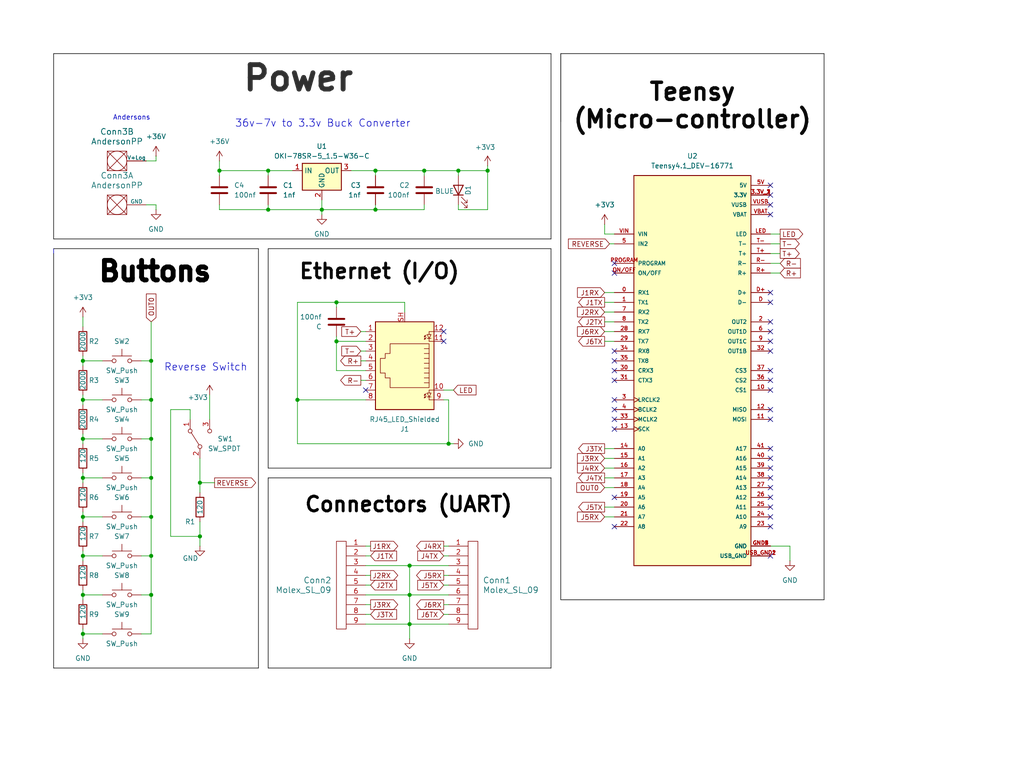
<source format=kicad_sch>
(kicad_sch (version 20231120) (generator "eeschema") (generator_version "8.0")
  (paper "User" 266.7 203.2)
  (title_block (title "Brushless Arm Board") (date "2024-10-19") (rev "1") (company "MRDT") (comment 2 "same time, while the final button is an abort button for the joint tester.") (comment 3 "buttons six of which test each separate joint, one other button tests the entire arm at the") (comment 4 "This board is for controlling an entire brussless arm with six joints. There are eight total"))
  (lib_symbols
    (symbol "+3V3_1" (power) (pin_numbers hide) (pin_names (offset 0) hide)
      (property "Value" "+3V3" (at 0 3.556 0))
      (symbol "+3V3_1_0_1"
        (polyline (pts (xy -0.762 1.27) (xy 0 2.54)))
        (polyline (pts (xy 0 0) (xy 0 2.54)))
        (polyline (pts (xy 0 2.54) (xy 0.762 1.27)))
      )
      (symbol "+3V3_1_1_1"
        (pin power_in line (at 0 0 90) (length 0) (name "~") (number "1"))
      )
    )
    (symbol "Connector:RJ45_LED_Shielded" (pin_names (offset 1.016))
      (property "Reference" "J" (at -5.08 13.97 0))
      (property "Value" "RJ45_LED_Shielded" (at 1.27 13.97 0))
      (symbol "RJ45_LED_Shielded_0_1"
        (polyline (pts (xy -7.62 -7.62) (xy -6.35 -7.62)))
        (polyline (pts (xy -7.62 -5.08) (xy -6.35 -5.08)))
        (polyline (pts (xy -7.62 7.62) (xy -6.35 7.62)))
        (polyline (pts (xy -7.62 10.16) (xy -6.35 10.16)))
        (polyline (pts (xy -6.858 -5.842) (xy -5.842 -5.842)))
        (polyline (pts (xy -6.858 9.398) (xy -5.842 9.398)))
        (polyline (pts (xy -6.35 -7.62) (xy -6.35 -6.858)))
        (polyline (pts (xy -6.35 -5.08) (xy -6.35 -5.842)))
        (polyline (pts (xy -6.35 7.62) (xy -6.35 8.382)))
        (polyline (pts (xy -6.35 10.16) (xy -6.35 9.398)))
        (polyline (pts (xy -5.08 -6.223) (xy -5.207 -6.604)))
        (polyline (pts (xy -5.08 -5.588) (xy -5.207 -5.969)))
        (polyline (pts (xy -5.08 4.445) (xy -6.35 4.445)))
        (polyline (pts (xy -5.08 5.715) (xy -6.35 5.715)))
        (polyline (pts (xy -5.08 9.017) (xy -5.207 8.636)))
        (polyline (pts (xy -5.08 9.652) (xy -5.207 9.271)))
        (polyline (pts (xy -6.35 -3.175) (xy -5.08 -3.175) (xy -5.08 -3.175)))
        (polyline (pts (xy -6.35 -1.905) (xy -5.08 -1.905) (xy -5.08 -1.905)))
        (polyline (pts (xy -6.35 -0.635) (xy -5.08 -0.635) (xy -5.08 -0.635)))
        (polyline (pts (xy -6.35 0.635) (xy -5.08 0.635) (xy -5.08 0.635)))
        (polyline (pts (xy -6.35 1.905) (xy -5.08 1.905) (xy -5.08 1.905)))
        (polyline (pts (xy -5.588 -6.731) (xy -5.08 -6.223) (xy -5.461 -6.35)))
        (polyline (pts (xy -5.588 -6.096) (xy -5.08 -5.588) (xy -5.461 -5.715)))
        (polyline (pts (xy -5.588 8.509) (xy -5.08 9.017) (xy -5.461 8.89)))
        (polyline (pts (xy -5.588 9.144) (xy -5.08 9.652) (xy -5.461 9.525)))
        (polyline (pts (xy -5.08 3.175) (xy -6.35 3.175) (xy -6.35 3.175)))
        (polyline (pts (xy -6.35 -5.842) (xy -6.858 -6.858) (xy -5.842 -6.858) (xy -6.35 -5.842)))
        (polyline (pts (xy -6.35 9.398) (xy -6.858 8.382) (xy -5.842 8.382) (xy -6.35 9.398)))
        (polyline (pts (xy -6.35 -4.445) (xy -6.35 6.985) (xy 3.81 6.985) (xy 3.81 4.445) (xy 5.08 4.445) (xy 5.08 3.175) (xy 6.35 3.175) (xy 6.35 -0.635) (xy 5.08 -0.635) (xy 5.08 -1.905) (xy 3.81 -1.905) (xy 3.81 -4.445) (xy -6.35 -4.445) (xy -6.35 -4.445)))
        (rectangle (start 7.62 12.7) (end -7.62 -10.16) (stroke (width 0.254)) (fill (type background)))
      )
      (symbol "RJ45_LED_Shielded_1_1"
        (pin passive line (at 10.16 -7.62 180) (length 2.54) (name "~") (number "1"))
        (pin passive line (at -10.16 7.62 0) (length 2.54) (name "~") (number "10"))
        (pin passive line (at -10.16 -5.08 0) (length 2.54) (name "~") (number "11"))
        (pin passive line (at -10.16 -7.62 0) (length 2.54) (name "~") (number "12"))
        (pin passive line (at 10.16 -5.08 180) (length 2.54) (name "~") (number "2"))
        (pin passive line (at 10.16 -2.54 180) (length 2.54) (name "~") (number "3"))
        (pin passive line (at 10.16 0 180) (length 2.54) (name "~") (number "4"))
        (pin passive line (at 10.16 2.54 180) (length 2.54) (name "~") (number "5"))
        (pin passive line (at 10.16 5.08 180) (length 2.54) (name "~") (number "6"))
        (pin passive line (at 10.16 7.62 180) (length 2.54) (name "~") (number "7"))
        (pin passive line (at 10.16 10.16 180) (length 2.54) (name "~") (number "8"))
        (pin passive line (at -10.16 10.16 0) (length 2.54) (name "~") (number "9"))
        (pin passive line (at 0 -12.7 90) (length 2.54) (name "~") (number "SH"))
      )
    )
    (symbol "Converter_DCDC:OKI-78SR-5_1.5-W36-C"
      (property "Reference" "U" (at -3.81 3.175 0))
      (property "Value" "OKI-78SR-5_1.5-W36-C" (at 0 3.175 0))
      (symbol "OKI-78SR-5_1.5-W36-C_0_1"
        (rectangle (start -5.08 1.905) (end 5.08 -5.08) (stroke (width 0.254)) (fill (type background)))
      )
      (symbol "OKI-78SR-5_1.5-W36-C_1_1"
        (pin power_in line (at -7.62 0 0) (length 2.54) (name "IN") (number "1"))
        (pin power_in line (at 0 -7.62 90) (length 2.54) (name "GND") (number "2"))
        (pin power_out line (at 7.62 0 180) (length 2.54) (name "OUT") (number "3"))
      )
    )
    (symbol "Device:C" (pin_numbers hide) (pin_names (offset 0.254))
      (property "Reference" "C" (at 0.635 2.54 0))
      (property "Value" "C" (at 0.635 -2.54 0))
      (symbol "C_0_1"
        (polyline (pts (xy -2.032 -0.762) (xy 2.032 -0.762)) (stroke (width 0.508)))
        (polyline (pts (xy -2.032 0.762) (xy 2.032 0.762)) (stroke (width 0.508)))
      )
      (symbol "C_1_1"
        (pin passive line (at 0 3.81 270) (length 2.794) (name "~") (number "1"))
        (pin passive line (at 0 -3.81 90) (length 2.794) (name "~") (number "2"))
      )
    )
    (symbol "Device:LED" (pin_numbers hide) (pin_names (offset 1.016) hide)
      (property "Reference" "D" (at 0 2.54 0))
      (property "Value" "LED" (at 0 -2.54 0))
      (symbol "LED_0_1"
        (polyline (pts (xy -1.27 -1.27) (xy -1.27 1.27)) (stroke (width 0.254)))
        (polyline (pts (xy -1.27 0) (xy 1.27 0)))
        (polyline (pts (xy 1.27 -1.27) (xy 1.27 1.27) (xy -1.27 0) (xy 1.27 -1.27)) (stroke (width 0.254)))
        (polyline (pts (xy -3.048 -0.762) (xy -4.572 -2.286) (xy -3.81 -2.286) (xy -4.572 -2.286) (xy -4.572 -1.524)))
        (polyline (pts (xy -1.778 -0.762) (xy -3.302 -2.286) (xy -2.54 -2.286) (xy -3.302 -2.286) (xy -3.302 -1.524)))
      )
      (symbol "LED_1_1"
        (pin passive line (at -3.81 0 0) (length 2.54) (name "K") (number "1"))
        (pin passive line (at 3.81 0 180) (length 2.54) (name "A") (number "2"))
      )
    )
    (symbol "Device:R" (pin_numbers hide) (pin_names (offset 0))
      (property "Reference" "R" (at 2.032 0 90))
      (property "Value" "R" (at 0 0 90))
      (symbol "R_0_1"
        (rectangle (start -1.016 -2.54) (end 1.016 2.54) (stroke (width 0.254)))
      )
      (symbol "R_1_1"
        (pin passive line (at 0 3.81 270) (length 1.27) (name "~") (number "1"))
        (pin passive line (at 0 -3.81 90) (length 1.27) (name "~") (number "2"))
      )
    )
    (symbol "MRDT_Connectors:AndersonPP" (pin_numbers hide) (pin_names (offset 0))
      (property "Reference" "Conn" (at 3.81 -1.27 0))
      (property "Value" "AndersonPP" (at 2.54 6.35 0))
      (symbol "AndersonPP_0_1"
        (polyline (pts (xy 0 5.08) (xy 5.08 0)))
        (polyline (pts (xy 5.08 5.08) (xy 0 0)))
        (rectangle (start 0 0) (end 5.08 5.08))
        (circle (center 2.54 2.54) (radius 2.54))
      )
      (symbol "AndersonPP_1_1"
        (pin input line (at 10.16 2.54 180) (length 5.08) (name "GND") (number "1"))
      )
      (symbol "AndersonPP_2_1"
        (pin input line (at 10.16 2.54 180) (length 5.08) (name "V+Log") (number "2"))
      )
      (symbol "AndersonPP_3_1"
        (pin input line (at 10.16 2.54 180) (length 5.08) (name "V+Act") (number "3"))
      )
      (symbol "AndersonPP_4_1"
        (pin input line (at 10.16 2.54 180) (length 5.08) (name "PV+") (number "4"))
      )
      (symbol "AndersonPP_5_1"
        (pin input line (at 10.16 2.54 180) (length 5.08) (name "~") (number "1"))
      )
    )
    (symbol "MRDT_Connectors:Molex_SL_09" (pin_names (offset 1.016))
      (property "Reference" "Conn" (at 3.81 -1.27 0))
      (property "Value" "Molex_SL_09" (at 1.27 24.13 0))
      (symbol "Molex_SL_09_0_1"
        (rectangle (start 0 22.86) (end 2.54 0))
      )
      (symbol "Molex_SL_09_1_1"
        (pin input line (at -5.08 21.59 0) (length 5.08) (name "~") (number "1"))
        (pin input line (at -5.08 19.05 0) (length 5.08) (name "~") (number "2"))
        (pin input line (at -5.08 16.51 0) (length 5.08) (name "~") (number "3"))
        (pin input line (at -5.08 13.97 0) (length 5.08) (name "~") (number "4"))
        (pin input line (at -5.08 11.43 0) (length 5.08) (name "~") (number "5"))
        (pin input line (at -5.08 8.89 0) (length 5.08) (name "~") (number "6"))
        (pin input line (at -5.08 6.35 0) (length 5.08) (name "~") (number "7"))
        (pin input line (at -5.08 3.81 0) (length 5.08) (name "~") (number "8"))
        (pin input line (at -5.08 1.27 0) (length 5.08) (name "~") (number "9"))
      )
    )
    (symbol "MRDT_Shields:Teensy4.1_DEV-16771" (pin_names (offset 1.016))
      (property "Reference" "U" (at -15.24 52.07 0))
      (property "Value" "Teensy4.1_DEV-16771" (at -15.24 -53.34 0))
      (symbol "Teensy4.1_DEV-16771_0_0"
        (rectangle (start -15.24 -50.8) (end 15.24 50.8) (stroke (width 0.254)) (fill (type background)))
        (pin bidirectional line (at -20.32 20.32 0) (length 5.08) (name "RX1") (number "0"))
        (pin bidirectional line (at -20.32 17.78 0) (length 5.08) (name "TX1") (number "1"))
        (pin bidirectional line (at 20.32 -5.08 180) (length 5.08) (name "CS1") (number "10"))
        (pin bidirectional line (at 20.32 -12.7 180) (length 5.08) (name "MOSI") (number "11"))
        (pin bidirectional line (at 20.32 -10.16 180) (length 5.08) (name "MISO") (number "12"))
        (pin bidirectional clock (at -20.32 -15.24 0) (length 5.08) (name "SCK") (number "13"))
        (pin bidirectional line (at -20.32 -20.32 0) (length 5.08) (name "A0") (number "14"))
        (pin bidirectional line (at -20.32 -22.86 0) (length 5.08) (name "A1") (number "15"))
        (pin bidirectional line (at -20.32 -25.4 0) (length 5.08) (name "A2") (number "16"))
        (pin bidirectional line (at -20.32 -27.94 0) (length 5.08) (name "A3") (number "17"))
        (pin bidirectional line (at -20.32 -30.48 0) (length 5.08) (name "A4") (number "18"))
        (pin bidirectional line (at -20.32 -33.02 0) (length 5.08) (name "A5") (number "19"))
        (pin output line (at 20.32 12.7 180) (length 5.08) (name "OUT2") (number "2"))
        (pin bidirectional line (at -20.32 -35.56 0) (length 5.08) (name "A6") (number "20"))
        (pin bidirectional line (at -20.32 -38.1 0) (length 5.08) (name "A7") (number "21"))
        (pin bidirectional line (at -20.32 -40.64 0) (length 5.08) (name "A8") (number "22"))
        (pin bidirectional line (at 20.32 -40.64 180) (length 5.08) (name "A9") (number "23"))
        (pin bidirectional line (at 20.32 -38.1 180) (length 5.08) (name "A10") (number "24"))
        (pin bidirectional line (at 20.32 -35.56 180) (length 5.08) (name "A11") (number "25"))
        (pin bidirectional line (at 20.32 -33.02 180) (length 5.08) (name "A12") (number "26"))
        (pin bidirectional line (at 20.32 -30.48 180) (length 5.08) (name "A13") (number "27"))
        (pin bidirectional line (at -20.32 10.16 0) (length 5.08) (name "RX7") (number "28"))
        (pin bidirectional line (at -20.32 7.62 0) (length 5.08) (name "TX7") (number "29"))
        (pin bidirectional clock (at -20.32 -7.62 0) (length 5.08) (name "LRCLK2") (number "3"))
        (pin power_in line (at 20.32 45.72 180) (length 5.08) (name "3.3V") (number "3.3V_1"))
        (pin power_in line (at 20.32 45.72 180) (length 5.08) (name "3.3V") (number "3.3V_2"))
        (pin power_in line (at 20.32 45.72 180) (length 5.08) (name "3.3V") (number "3.3V_3"))
        (pin bidirectional line (at -20.32 0 0) (length 5.08) (name "CRX3") (number "30"))
        (pin bidirectional line (at -20.32 -2.54 0) (length 5.08) (name "CTX3") (number "31"))
        (pin output line (at 20.32 5.08 180) (length 5.08) (name "OUT1B") (number "32"))
        (pin bidirectional clock (at -20.32 -12.7 0) (length 5.08) (name "MCLK2") (number "33"))
        (pin bidirectional line (at -20.32 5.08 0) (length 5.08) (name "RX8") (number "34"))
        (pin bidirectional line (at -20.32 2.54 0) (length 5.08) (name "TX8") (number "35"))
        (pin bidirectional line (at 20.32 -2.54 180) (length 5.08) (name "CS2") (number "36"))
        (pin bidirectional line (at 20.32 0 180) (length 5.08) (name "CS3") (number "37"))
        (pin bidirectional line (at 20.32 -27.94 180) (length 5.08) (name "A14") (number "38"))
        (pin bidirectional line (at 20.32 -25.4 180) (length 5.08) (name "A15") (number "39"))
        (pin bidirectional clock (at -20.32 -10.16 0) (length 5.08) (name "BCLK2") (number "4"))
        (pin bidirectional line (at 20.32 -22.86 180) (length 5.08) (name "A16") (number "40"))
        (pin bidirectional line (at 20.32 -20.32 180) (length 5.08) (name "A17") (number "41"))
        (pin bidirectional line (at -20.32 33.02 0) (length 5.08) (name "IN2") (number "5"))
        (pin power_in line (at 20.32 48.26 180) (length 5.08) (name "5V") (number "5V"))
        (pin output line (at 20.32 10.16 180) (length 5.08) (name "OUT1D") (number "6"))
        (pin bidirectional line (at -20.32 15.24 0) (length 5.08) (name "RX2") (number "7"))
        (pin bidirectional line (at -20.32 12.7 0) (length 5.08) (name "TX2") (number "8"))
        (pin output line (at 20.32 7.62 180) (length 5.08) (name "OUT1C") (number "9"))
        (pin bidirectional line (at 20.32 17.78 180) (length 5.08) (name "D-") (number "D"))
        (pin bidirectional line (at 20.32 20.32 180) (length 5.08) (name "D+") (number "D+"))
        (pin power_in line (at 20.32 -45.72 180) (length 5.08) (name "GND") (number "GND1"))
        (pin power_in line (at 20.32 -45.72 180) (length 5.08) (name "GND") (number "GND2"))
        (pin power_in line (at 20.32 -45.72 180) (length 5.08) (name "GND") (number "GND3"))
        (pin power_in line (at 20.32 -45.72 180) (length 5.08) (name "GND") (number "GND4"))
        (pin power_in line (at 20.32 -45.72 180) (length 5.08) (name "GND") (number "GND5"))
        (pin bidirectional line (at 20.32 35.56 180) (length 5.08) (name "LED") (number "LED"))
        (pin bidirectional line (at -20.32 25.4 0) (length 5.08) (name "ON/OFF") (number "ON/OFF"))
        (pin bidirectional line (at -20.32 27.94 0) (length 5.08) (name "PROGRAM") (number "PROGRAM"))
        (pin bidirectional line (at 20.32 25.4 180) (length 5.08) (name "R+") (number "R+"))
        (pin bidirectional line (at 20.32 27.94 180) (length 5.08) (name "R-") (number "R-"))
        (pin bidirectional line (at 20.32 30.48 180) (length 5.08) (name "T+") (number "T+"))
        (pin bidirectional line (at 20.32 33.02 180) (length 5.08) (name "T-") (number "T-"))
        (pin power_in line (at 20.32 -48.26 180) (length 5.08) (name "USB_GND") (number "USB_GND1"))
        (pin power_in line (at 20.32 -48.26 180) (length 5.08) (name "USB_GND") (number "USB_GND2"))
        (pin passive line (at 20.32 40.64 180) (length 5.08) (name "VBAT") (number "VBAT"))
        (pin input line (at -20.32 35.56 0) (length 5.08) (name "VIN") (number "VIN"))
        (pin passive line (at 20.32 43.18 180) (length 5.08) (name "VUSB") (number "VUSB"))
      )
    )
    (symbol "Switch:SW_Push" (pin_numbers hide) (pin_names (offset 1.016) hide)
      (property "Reference" "SW" (at 1.27 2.54 0))
      (property "Value" "SW_Push" (at 0 -1.524 0))
      (symbol "SW_Push_0_1"
        (circle (center -2.032 0) (radius 0.508))
        (polyline (pts (xy 0 1.27) (xy 0 3.048)))
        (polyline (pts (xy 2.54 1.27) (xy -2.54 1.27)))
        (circle (center 2.032 0) (radius 0.508))
        (pin passive line (at -5.08 0 0) (length 2.54) (name "1") (number "1"))
        (pin passive line (at 5.08 0 180) (length 2.54) (name "2") (number "2"))
      )
    )
    (symbol "Switch:SW_SPDT" (pin_names (offset 0) hide)
      (property "Reference" "SW" (at 0 4.318 0))
      (property "Value" "SW_SPDT" (at 0 -5.08 0))
      (symbol "SW_SPDT_0_0"
        (circle (center -2.032 0) (radius 0.508))
        (circle (center 2.032 -2.54) (radius 0.508))
      )
      (symbol "SW_SPDT_0_1"
        (polyline (pts (xy -1.524 0.254) (xy 1.651 2.286)))
        (circle (center 2.032 2.54) (radius 0.508))
      )
      (symbol "SW_SPDT_1_1"
        (pin passive line (at 5.08 2.54 180) (length 2.54) (name "A") (number "1"))
        (pin passive line (at -5.08 0 0) (length 2.54) (name "B") (number "2"))
        (pin passive line (at 5.08 -2.54 180) (length 2.54) (name "C") (number "3"))
      )
    )
    (symbol "power:+24V" (power) (pin_numbers hide) (pin_names (offset 0) hide)
      (property "Value" "+24V" (at 0 3.556 0))
      (symbol "+24V_0_1"
        (polyline (pts (xy -0.762 1.27) (xy 0 2.54)))
        (polyline (pts (xy 0 0) (xy 0 2.54)))
        (polyline (pts (xy 0 2.54) (xy 0.762 1.27)))
      )
      (symbol "+24V_1_1"
        (pin power_in line (at 0 0 90) (length 0) (name "~") (number "1"))
      )
    )
    (symbol "power:+3.3V" (power) (pin_numbers hide) (pin_names (offset 0) hide)
      (property "Value" "+3.3V" (at 0 3.556 0))
      (symbol "+3.3V_0_1"
        (polyline (pts (xy -0.762 1.27) (xy 0 2.54)))
        (polyline (pts (xy 0 0) (xy 0 2.54)))
        (polyline (pts (xy 0 2.54) (xy 0.762 1.27)))
      )
      (symbol "+3.3V_1_1"
        (pin power_in line (at 0 0 90) (length 0) (name "~") (number "1"))
      )
    )
    (symbol "power:+36V" (power) (pin_numbers hide) (pin_names (offset 0) hide)
      (property "Value" "+36V" (at 0 3.556 0))
      (symbol "+36V_0_1"
        (polyline (pts (xy -0.762 1.27) (xy 0 2.54)))
        (polyline (pts (xy 0 0) (xy 0 2.54)))
        (polyline (pts (xy 0 2.54) (xy 0.762 1.27)))
      )
      (symbol "+36V_1_1"
        (pin power_in line (at 0 0 90) (length 0) (name "~") (number "1"))
      )
    )
    (symbol "power:+3V3" (power) (pin_names (offset 0))
      (property "Value" "+3V3" (at 0 3.556 0))
      (symbol "+3V3_0_1"
        (polyline (pts (xy -0.762 1.27) (xy 0 2.54)))
        (polyline (pts (xy 0 0) (xy 0 2.54)))
        (polyline (pts (xy 0 2.54) (xy 0.762 1.27)))
      )
      (symbol "+3V3_1_1"
        (pin power_in line (at 0 0 90) (length 0) hide (name "+3V3") (number "1"))
      )
    )
    (symbol "power:GND" (power) (pin_numbers hide) (pin_names (offset 0) hide)
      (property "Value" "GND" (at 0 -3.81 0))
      (symbol "GND_0_1"
        (polyline (pts (xy 0 0) (xy 0 -1.27) (xy 1.27 -1.27) (xy 0 -2.54) (xy -1.27 -1.27) (xy 0 -1.27)))
      )
      (symbol "GND_1_1"
        (pin power_in line (at 0 0 270) (length 0) (name "~") (number "1"))
      )
    )
  )
  (junction (at 39.37 93.98))
  (junction (at 39.37 154.94))
  (junction (at 21.59 124.46))
  (junction (at 39.37 124.46))
  (junction (at 106.68 162.56))
  (junction (at 127 44.45))
  (junction (at 97.79 44.45))
  (junction (at 77.47 104.14))
  (junction (at 21.59 93.98))
  (junction (at 106.68 147.32))
  (junction (at 21.59 134.62))
  (junction (at 39.37 104.14))
  (junction (at 52.07 125.73))
  (junction (at 69.85 54.61))
  (junction (at 21.59 104.14))
  (junction (at 87.63 88.9))
  (junction (at 83.82 54.61))
  (junction (at 116.84 115.57))
  (junction (at 39.37 134.62))
  (junction (at 21.59 154.94))
  (junction (at 21.59 144.78))
  (junction (at 39.37 144.78))
  (junction (at 21.59 114.3))
  (junction (at 52.07 139.7))
  (junction (at 39.37 114.3))
  (junction (at 57.15 44.45))
  (junction (at 97.79 54.61))
  (junction (at 69.85 44.45))
  (junction (at 110.49 44.45))
  (junction (at 87.63 78.74))
  (junction (at 21.59 165.1))
  (junction (at 106.68 154.94))
  (junction (at 119.38 44.45))
  (no_connect (at 200.66 127))
  (no_connect (at 200.66 76.2))
  (no_connect (at 200.66 50.8))
  (no_connect (at 160.02 68.58))
  (no_connect (at 160.02 71.12))
  (no_connect (at 200.66 124.46))
  (no_connect (at 200.66 101.6))
  (no_connect (at 200.66 91.44))
  (no_connect (at 200.66 134.62))
  (no_connect (at 200.66 55.88))
  (no_connect (at 200.66 129.54))
  (no_connect (at 160.02 106.68))
  (no_connect (at 160.02 129.54))
  (no_connect (at 200.66 144.78))
  (no_connect (at 160.02 91.44))
  (no_connect (at 160.02 99.06))
  (no_connect (at 200.66 83.82))
  (no_connect (at 160.02 137.16))
  (no_connect (at 160.02 93.98))
  (no_connect (at 160.02 104.14))
  (no_connect (at 95.25 101.6))
  (no_connect (at 200.66 119.38))
  (no_connect (at 160.02 111.76))
  (no_connect (at 200.66 121.92))
  (no_connect (at 200.66 109.22))
  (no_connect (at 200.66 86.36))
  (no_connect (at 115.57 88.9))
  (no_connect (at 200.66 53.34))
  (no_connect (at 200.66 48.26))
  (no_connect (at 200.66 116.84))
  (no_connect (at 200.66 137.16))
  (no_connect (at 200.66 88.9))
  (no_connect (at 115.57 86.36))
  (no_connect (at 160.02 96.52))
  (no_connect (at 200.66 99.06))
  (no_connect (at 200.66 78.74))
  (no_connect (at 200.66 96.52))
  (no_connect (at 200.66 132.08))
  (no_connect (at 160.02 109.22))
  (no_connect (at 200.66 106.68))
  (wire (pts (xy 106.68 147.32) (xy 106.68 154.94)))
  (wire (pts (xy 157.48 134.62) (xy 160.02 134.62)))
  (wire (pts (xy 93.98 86.36) (xy 95.25 86.36)))
  (wire (pts (xy 205.74 142.24) (xy 200.66 142.24)))
  (wire (pts (xy 106.68 154.94) (xy 106.68 162.56)))
  (wire (pts (xy 157.48 81.28) (xy 160.02 81.28)))
  (wire (pts (xy 87.63 88.9) (xy 87.63 87.63)))
  (polyline (pts (xy 69.85 64.77) (xy 143.51 64.77)) (stroke (width 0) (color 0 0 0 1)))
  (wire (pts (xy 110.49 54.61) (xy 110.49 53.34)))
  (polyline (pts (xy 146.05 156.21) (xy 214.63 156.21)) (stroke (width 0) (color 0 0 0 1)))
  (wire (pts (xy 44.45 106.68) (xy 44.45 139.7)))
  (wire (pts (xy 97.79 54.61) (xy 110.49 54.61)))
  (wire (pts (xy 200.66 66.04) (xy 203.2 66.04)))
  (wire (pts (xy 57.15 44.45) (xy 57.15 45.72)))
  (wire (pts (xy 83.82 54.61) (xy 97.79 54.61)))
  (wire (pts (xy 95.25 154.94) (xy 106.68 154.94)))
  (wire (pts (xy 21.59 92.71) (xy 21.59 93.98)))
  (wire (pts (xy 21.59 102.87) (xy 21.59 104.14)))
  (wire (pts (xy 97.79 44.45) (xy 110.49 44.45)))
  (wire (pts (xy 26.67 144.78) (xy 21.59 144.78)))
  (wire (pts (xy 115.57 149.86) (xy 116.84 149.86)))
  (wire (pts (xy 39.37 154.94) (xy 39.37 144.78)))
  (wire (pts (xy 115.57 101.6) (xy 118.11 101.6)))
  (wire (pts (xy 157.48 119.38) (xy 160.02 119.38)))
  (polyline (pts (xy 67.31 173.99) (xy 67.31 64.77)) (stroke (width 0) (color 0 0 0 1)))
  (wire (pts (xy 26.67 154.94) (xy 21.59 154.94)))
  (wire (pts (xy 21.59 165.1) (xy 21.59 166.37)))
  (wire (pts (xy 21.59 154.94) (xy 21.59 156.21)))
  (wire (pts (xy 157.48 60.96) (xy 157.48 58.42)))
  (wire (pts (xy 116.84 154.94) (xy 106.68 154.94)))
  (wire (pts (xy 97.79 54.61) (xy 97.79 53.34)))
  (wire (pts (xy 115.57 157.48) (xy 116.84 157.48)))
  (wire (pts (xy 110.49 45.72) (xy 110.49 44.45)))
  (wire (pts (xy 77.47 78.74) (xy 87.63 78.74)))
  (wire (pts (xy 77.47 115.57) (xy 116.84 115.57)))
  (polyline (pts (xy 13.97 13.97) (xy 13.97 62.23)) (stroke (width 0) (color 0 0 0 1)))
  (wire (pts (xy 93.98 93.98) (xy 95.25 93.98)))
  (wire (pts (xy 200.66 63.5) (xy 203.2 63.5)))
  (polyline (pts (xy 13.97 66.04) (xy 13.97 173.99)) (stroke (width 0) (color 0 0 0 1)))
  (wire (pts (xy 39.37 144.78) (xy 39.37 134.62)))
  (wire (pts (xy 200.66 68.58) (xy 203.2 68.58)))
  (wire (pts (xy 39.37 124.46) (xy 39.37 114.3)))
  (wire (pts (xy 21.59 124.46) (xy 21.59 125.73)))
  (wire (pts (xy 52.07 125.73) (xy 52.07 128.27)))
  (wire (pts (xy 106.68 162.56) (xy 116.84 162.56)))
  (polyline (pts (xy 13.97 173.99) (xy 67.31 173.99)) (stroke (width 0) (color 0 0 0 1)))
  (wire (pts (xy 69.85 44.45) (xy 76.2 44.45)))
  (wire (pts (xy 83.82 54.61) (xy 83.82 55.88)))
  (wire (pts (xy 97.79 44.45) (xy 97.79 45.72)))
  (wire (pts (xy 205.74 146.05) (xy 205.74 142.24)))
  (wire (pts (xy 157.48 83.82) (xy 160.02 83.82)))
  (wire (pts (xy 36.83 144.78) (xy 39.37 144.78)))
  (polyline (pts (xy 143.51 62.23) (xy 13.97 62.23)) (stroke (width 0) (color 0 0 0 1)))
  (wire (pts (xy 110.49 44.45) (xy 119.38 44.45)))
  (polyline (pts (xy 214.63 156.21) (xy 214.63 13.97)) (stroke (width 0) (color 0 0 0 1)))
  (wire (pts (xy 106.68 162.56) (xy 106.68 166.37)))
  (wire (pts (xy 69.85 44.45) (xy 69.85 45.72)))
  (wire (pts (xy 21.59 93.98) (xy 21.59 95.25)))
  (wire (pts (xy 57.15 41.91) (xy 57.15 44.45)))
  (wire (pts (xy 39.37 104.14) (xy 39.37 93.98)))
  (wire (pts (xy 115.57 160.02) (xy 116.84 160.02)))
  (polyline (pts (xy 69.85 173.99) (xy 143.51 173.99)) (stroke (width 0) (color 0 0 0 1)))
  (wire (pts (xy 95.25 96.52) (xy 87.63 96.52)))
  (wire (pts (xy 87.63 78.74) (xy 87.63 80.01)))
  (wire (pts (xy 95.25 104.14) (xy 77.47 104.14)))
  (wire (pts (xy 95.25 160.02) (xy 96.52 160.02)))
  (wire (pts (xy 21.59 82.55) (xy 21.59 85.09)))
  (wire (pts (xy 116.84 104.14) (xy 116.84 115.57)))
  (wire (pts (xy 26.67 134.62) (xy 21.59 134.62)))
  (wire (pts (xy 157.48 78.74) (xy 160.02 78.74)))
  (wire (pts (xy 157.48 124.46) (xy 160.02 124.46)))
  (wire (pts (xy 160.02 60.96) (xy 157.48 60.96)))
  (wire (pts (xy 39.37 114.3) (xy 39.37 104.14)))
  (wire (pts (xy 93.98 91.44) (xy 95.25 91.44)))
  (polyline (pts (xy 67.31 64.77) (xy 13.97 64.77)) (stroke (width 0) (color 0 0 0 1)))
  (wire (pts (xy 21.59 144.78) (xy 21.59 143.51)))
  (wire (pts (xy 95.25 162.56) (xy 106.68 162.56)))
  (polyline (pts (xy 143.51 13.97) (xy 143.51 62.23)) (stroke (width 0) (color 0 0 0 1)))
  (wire (pts (xy 91.44 44.45) (xy 97.79 44.45)))
  (polyline (pts (xy 69.85 124.46) (xy 69.85 173.99)) (stroke (width 0) (color 0 0 0 1)))
  (wire (pts (xy 157.48 132.08) (xy 160.02 132.08)))
  (polyline (pts (xy 69.85 124.46) (xy 143.51 124.46)) (stroke (width 0) (color 0 0 0 1)))
  (wire (pts (xy 52.07 142.24) (xy 52.07 139.7)))
  (wire (pts (xy 55.88 125.73) (xy 52.07 125.73)))
  (wire (pts (xy 87.63 88.9) (xy 95.25 88.9)))
  (wire (pts (xy 36.83 114.3) (xy 39.37 114.3)))
  (polyline (pts (xy 143.51 64.77) (xy 143.51 121.92)) (stroke (width 0) (color 0 0 0 1)))
  (wire (pts (xy 21.59 104.14) (xy 21.59 105.41)))
  (wire (pts (xy 40.64 40.64) (xy 40.64 41.91)))
  (wire (pts (xy 36.83 124.46) (xy 39.37 124.46)))
  (wire (pts (xy 36.83 154.94) (xy 39.37 154.94)))
  (wire (pts (xy 95.25 152.4) (xy 96.52 152.4)))
  (wire (pts (xy 21.59 134.62) (xy 21.59 135.89)))
  (wire (pts (xy 77.47 104.14) (xy 77.47 115.57)))
  (polyline (pts (xy 69.85 64.77) (xy 69.85 121.92)) (stroke (width 0) (color 0 0 0 1)))
  (polyline (pts (xy 143.51 173.99) (xy 143.51 124.46)) (stroke (width 0) (color 0 0 0 1)))
  (wire (pts (xy 119.38 54.61) (xy 127 54.61)))
  (wire (pts (xy 38.1 53.34) (xy 40.64 53.34)))
  (wire (pts (xy 87.63 96.52) (xy 87.63 88.9)))
  (wire (pts (xy 21.59 144.78) (xy 21.59 146.05)))
  (wire (pts (xy 115.57 152.4) (xy 116.84 152.4)))
  (wire (pts (xy 52.07 135.89) (xy 52.07 139.7)))
  (wire (pts (xy 157.48 116.84) (xy 160.02 116.84)))
  (wire (pts (xy 200.66 71.12) (xy 203.2 71.12)))
  (wire (pts (xy 52.07 139.7) (xy 44.45 139.7)))
  (wire (pts (xy 119.38 44.45) (xy 127 44.45)))
  (polyline (pts (xy 146.05 13.97) (xy 146.05 156.21)) (stroke (width 0) (color 0 0 0 1)))
  (wire (pts (xy 36.83 165.1) (xy 39.37 165.1)))
  (wire (pts (xy 118.11 115.57) (xy 116.84 115.57)))
  (wire (pts (xy 54.61 102.87) (xy 54.61 109.22)))
  (wire (pts (xy 157.48 121.92) (xy 160.02 121.92)))
  (wire (pts (xy 21.59 114.3) (xy 21.59 113.03)))
  (wire (pts (xy 157.48 88.9) (xy 160.02 88.9)))
  (wire (pts (xy 157.48 76.2) (xy 160.02 76.2)))
  (polyline (pts (xy 69.85 121.92) (xy 143.51 121.92)) (stroke (width 0) (color 0 0 0 1)))
  (wire (pts (xy 115.57 144.78) (xy 116.84 144.78)))
  (wire (pts (xy 39.37 165.1) (xy 39.37 154.94)))
  (wire (pts (xy 39.37 134.62) (xy 39.37 124.46)))
  (polyline (pts (xy 13.97 64.77) (xy 13.97 66.04)))
  (wire (pts (xy 40.64 41.91) (xy 38.1 41.91)))
  (wire (pts (xy 69.85 54.61) (xy 83.82 54.61)))
  (wire (pts (xy 119.38 54.61) (xy 119.38 53.34)))
  (wire (pts (xy 21.59 124.46) (xy 21.59 123.19)))
  (wire (pts (xy 93.98 99.06) (xy 95.25 99.06)))
  (wire (pts (xy 49.53 106.68) (xy 49.53 109.22)))
  (wire (pts (xy 115.57 142.24) (xy 116.84 142.24)))
  (wire (pts (xy 87.63 78.74) (xy 105.41 78.74)))
  (wire (pts (xy 21.59 124.46) (xy 26.67 124.46)))
  (wire (pts (xy 44.45 106.68) (xy 49.53 106.68)))
  (wire (pts (xy 36.83 104.14) (xy 39.37 104.14)))
  (wire (pts (xy 200.66 60.96) (xy 203.2 60.96)))
  (wire (pts (xy 127 44.45) (xy 127 43.18)))
  (wire (pts (xy 127 54.61) (xy 127 44.45)))
  (wire (pts (xy 40.64 53.34) (xy 40.64 54.61)))
  (wire (pts (xy 21.59 114.3) (xy 21.59 115.57)))
  (wire (pts (xy 95.25 157.48) (xy 96.52 157.48)))
  (polyline (pts (xy 13.97 13.97) (xy 143.51 13.97)) (stroke (width 0) (color 0 0 0 1)))
  (wire (pts (xy 83.82 52.07) (xy 83.82 54.61)))
  (wire (pts (xy 69.85 54.61) (xy 69.85 53.34)))
  (wire (pts (xy 158.75 63.5) (xy 160.02 63.5)))
  (wire (pts (xy 57.15 54.61) (xy 69.85 54.61)))
  (wire (pts (xy 119.38 44.45) (xy 119.38 45.72)))
  (wire (pts (xy 116.84 147.32) (xy 106.68 147.32)))
  (wire (pts (xy 95.25 142.24) (xy 96.52 142.24)))
  (wire (pts (xy 39.37 83.82) (xy 39.37 93.98)))
  (wire (pts (xy 36.83 134.62) (xy 39.37 134.62)))
  (wire (pts (xy 77.47 104.14) (xy 77.47 78.74)))
  (wire (pts (xy 36.83 93.98) (xy 39.37 93.98)))
  (wire (pts (xy 52.07 119.38) (xy 52.07 125.73)))
  (wire (pts (xy 57.15 44.45) (xy 69.85 44.45)))
  (polyline (pts (xy 214.63 13.97) (xy 146.05 13.97)) (stroke (width 0) (color 0 0 0 1)))
  (wire (pts (xy 21.59 165.1) (xy 21.59 163.83)))
  (wire (pts (xy 95.25 144.78) (xy 96.52 144.78)))
  (wire (pts (xy 21.59 154.94) (xy 21.59 153.67)))
  (wire (pts (xy 57.15 54.61) (xy 57.15 53.34)))
  (wire (pts (xy 21.59 104.14) (xy 26.67 104.14)))
  (wire (pts (xy 26.67 165.1) (xy 21.59 165.1)))
  (wire (pts (xy 21.59 134.62) (xy 21.59 133.35)))
  (wire (pts (xy 21.59 93.98) (xy 26.67 93.98)))
  (wire (pts (xy 115.57 104.14) (xy 116.84 104.14)))
  (wire (pts (xy 95.25 149.86) (xy 96.52 149.86)))
  (wire (pts (xy 157.48 127) (xy 160.02 127)))
  (wire (pts (xy 105.41 81.28) (xy 105.41 78.74)))
  (polyline (pts (xy 146.05 13.97) (xy 146.05 31.75)) (stroke (width 0) (color 5 5 5 1)))
  (wire (pts (xy 95.25 147.32) (xy 106.68 147.32)))
  (wire (pts (xy 26.67 114.3) (xy 21.59 114.3)))
  (wire (pts (xy 157.48 86.36) (xy 160.02 86.36)))
  (text "Power" (at 77.724 20.574 0) (effects (font (size 6.35 6.35) (thickness 1.27) (bold yes))))
  (text "Connectors (UART)" (at 106.426 131.572 0) (effects (font (size 3.81 3.81) (thickness 0.762) (bold yes))))
  (text "Teensy\n(Micro-controller)" (at 180.34 27.686 0) (effects (font (size 4.445 4.445) (thickness 0.889) (bold yes))))
  (text "Reverse Switch" (at 53.594 95.758 0) (effects (font (size 1.905 1.905))))
  (text "Buttons" (at 40.386 70.866 0) (effects (font (size 5.08 5.08) (thickness 1.27) (bold yes))))
  (text "Andersons" (at 34.29 30.734 0) (effects (font (size 1.27 1.27))))
  (text "36v-7v to 3.3v Buck Converter" (at 84.074 32.258 0) (effects (font (size 1.905 1.905))))
  (text "Ethernet (I/O)" (at 98.806 70.866 0) (effects (font (size 3.81 3.81) (thickness 0.762) (bold yes))))
  (global_label "J3TX" (shape input) (at 96.52 160.02 0) (property "Intersheetrefs" "${INTERSHEET_REFS}" (effects (hide yes))))
  (global_label "J2RX" (shape output) (at 96.52 149.86 0) (property "Intersheetrefs" "${INTERSHEET_REFS}" (effects (hide yes))))
  (global_label "J3TX" (shape output) (at 157.48 116.84 180) (property "Intersheetrefs" "${INTERSHEET_REFS}" (effects (hide yes))))
  (global_label "J5RX" (shape output) (at 115.57 149.86 180) (property "Intersheetrefs" "${INTERSHEET_REFS}" (effects (hide yes))))
  (global_label "LED" (shape input) (at 118.11 101.6 0) (property "Intersheetrefs" "${INTERSHEET_REFS}" (effects (hide yes))))
  (global_label "R-" (shape input) (at 203.2 68.58 0) (property "Intersheetrefs" "${INTERSHEET_REFS}" (effects (hide yes))))
  (global_label "J1RX" (shape output) (at 96.52 142.24 0) (property "Intersheetrefs" "${INTERSHEET_REFS}" (effects (hide yes))))
  (global_label "J5TX" (shape output) (at 157.48 132.08 180) (property "Intersheetrefs" "${INTERSHEET_REFS}" (effects (hide yes))))
  (global_label "LED" (shape output) (at 203.2 60.96 0) (property "Intersheetrefs" "${INTERSHEET_REFS}" (effects (hide yes))))
  (global_label "J3RX" (shape output) (at 96.52 157.48 0) (property "Intersheetrefs" "${INTERSHEET_REFS}" (effects (hide yes))))
  (global_label "J2TX" (shape output) (at 157.48 83.82 180) (property "Intersheetrefs" "${INTERSHEET_REFS}" (effects (hide yes))))
  (global_label "J4RX" (shape output) (at 115.57 142.24 180) (property "Intersheetrefs" "${INTERSHEET_REFS}" (effects (hide yes))))
  (global_label "J6RX" (shape output) (at 115.57 157.48 180) (property "Intersheetrefs" "${INTERSHEET_REFS}" (effects (hide yes))))
  (global_label "REVERSE" (shape output) (at 55.88 125.73 0) (property "Intersheetrefs" "${INTERSHEET_REFS}" (effects (hide yes))))
  (global_label "J1TX" (shape output) (at 157.48 78.74 180) (property "Intersheetrefs" "${INTERSHEET_REFS}" (effects (hide yes))))
  (global_label "J2TX" (shape input) (at 96.52 152.4 0) (property "Intersheetrefs" "${INTERSHEET_REFS}" (effects (hide yes))))
  (global_label "R+" (shape input) (at 203.2 71.12 0) (property "Intersheetrefs" "${INTERSHEET_REFS}" (effects (hide yes))))
  (global_label "T-" (shape output) (at 203.2 63.5 0) (property "Intersheetrefs" "${INTERSHEET_REFS}" (effects (hide yes))))
  (global_label "J5TX" (shape input) (at 115.57 152.4 180) (property "Intersheetrefs" "${INTERSHEET_REFS}" (effects (hide yes))))
  (global_label "OUT0" (shape input) (at 157.48 127 180) (property "Intersheetrefs" "${INTERSHEET_REFS}" (effects (hide yes))))
  (global_label "J1TX" (shape input) (at 96.52 144.78 0) (property "Intersheetrefs" "${INTERSHEET_REFS}" (effects (hide yes))))
  (global_label "J5RX" (shape input) (at 157.48 134.62 180) (property "Intersheetrefs" "${INTERSHEET_REFS}" (effects (hide yes))))
  (global_label "R+" (shape output) (at 93.98 93.98 180) (property "Intersheetrefs" "${INTERSHEET_REFS}" (effects (hide yes))))
  (global_label "J6TX" (shape output) (at 157.48 88.9 180) (property "Intersheetrefs" "${INTERSHEET_REFS}" (effects (hide yes))))
  (global_label "J3RX" (shape input) (at 157.48 119.38 180) (property "Intersheetrefs" "${INTERSHEET_REFS}" (effects (hide yes))))
  (global_label "J6RX" (shape input) (at 157.48 86.36 180) (property "Intersheetrefs" "${INTERSHEET_REFS}" (effects (hide yes))))
  (global_label "J4TX" (shape output) (at 157.48 124.46 180) (property "Intersheetrefs" "${INTERSHEET_REFS}" (effects (hide yes))))
  (global_label "J4TX" (shape input) (at 115.57 144.78 180) (property "Intersheetrefs" "${INTERSHEET_REFS}" (effects (hide yes))))
  (global_label "T+" (shape output) (at 203.2 66.04 0) (property "Intersheetrefs" "${INTERSHEET_REFS}" (effects (hide yes))))
  (global_label "J6TX" (shape input) (at 115.57 160.02 180) (property "Intersheetrefs" "${INTERSHEET_REFS}" (effects (hide yes))))
  (global_label "R-" (shape output) (at 93.98 99.06 180) (property "Intersheetrefs" "${INTERSHEET_REFS}" (effects (hide yes))))
  (global_label "OUT0" (shape input) (at 39.37 83.82 90) (property "Intersheetrefs" "${INTERSHEET_REFS}" (effects (hide yes))))
  (global_label "J2RX" (shape input) (at 157.48 81.28 180) (property "Intersheetrefs" "${INTERSHEET_REFS}" (effects (hide yes))))
  (global_label "J1RX" (shape input) (at 157.48 76.2 180) (property "Intersheetrefs" "${INTERSHEET_REFS}" (effects (hide yes))))
  (global_label "T+" (shape input) (at 93.98 86.36 180) (property "Intersheetrefs" "${INTERSHEET_REFS}" (effects (hide yes))))
  (global_label "J4RX" (shape input) (at 157.48 121.92 180) (property "Intersheetrefs" "${INTERSHEET_REFS}" (effects (hide yes))))
  (global_label "REVERSE" (shape input) (at 158.75 63.5 180) (property "Intersheetrefs" "${INTERSHEET_REFS}" (effects (hide yes))))
  (global_label "T-" (shape input) (at 93.98 91.44 180) (property "Intersheetrefs" "${INTERSHEET_REFS}" (effects (hide yes))))
  (symbol (lib_id "Device:R") (at 21.59 149.86 0) (unit 1)
    (property "Reference" "R8" (at 23.114 149.86 0) (effects (justify left)))
    (property "Value" "120" (at 21.59 151.13 90) (effects (justify left)))
    (property "Description" "Resistor" (effects (hide yes)))
  )
  (symbol (lib_id "Switch:SW_Push") (at 31.75 114.3 0) (unit 1)
    (property "Reference" "SW4" (at 31.75 109.22 0))
    (property "Value" "SW_Push" (at 31.75 116.84 0))
    (property "Footprint" "Button_Switch_SMD:SW_SPST_TL3305A" (effects (hide yes)))
  )
  (symbol (lib_id "power:+36V") (at 40.64 40.64 0) (unit 1)
    (property "Reference" "#PWR027" (effects (hide yes)))
    (property "Value" "+36V" (at 40.64 35.56 0))
    (property "Description" "Power symbol creates a global label with name \"+36V\"" (effects (hide yes)))
  )
  (symbol (lib_id "Device:C") (at 110.49 49.53 0) (mirror y) (unit 1)
    (property "Reference" "C2" (at 106.68 48.2599 0) (effects (justify left)))
    (property "Value" "100nf" (at 106.68 50.7999 0) (effects (justify left)))
    (property "Description" "Unpolarized capacitor" (effects (hide yes)))
  )
  (symbol (lib_id "power:GND") (at 21.59 166.37 0) (unit 1)
    (property "Reference" "#PWR022" (effects (hide yes)))
    (property "Value" "GND" (at 21.59 171.45 0))
    (property "Description" "Power symbol creates a global label with name \"GND\" , ground" (effects (hide yes)))
  )
  (symbol (lib_id "Device:R") (at 21.59 129.54 0) (unit 1)
    (property "Reference" "R6" (at 23.114 129.54 0) (effects (justify left)))
    (property "Value" "120" (at 21.59 130.81 90) (effects (justify left)))
    (property "Description" "Resistor" (effects (hide yes)))
  )
  (symbol (lib_id "power:GND") (at 40.64 54.61 0) (unit 1)
    (property "Reference" "#PWR028" (effects (hide yes)))
    (property "Value" "GND" (at 40.64 59.69 0))
    (property "Description" "Power symbol creates a global label with name \"GND\" , ground" (effects (hide yes)))
  )
  (symbol (lib_id "Device:R") (at 21.59 160.02 0) (unit 1)
    (property "Reference" "R9" (at 23.114 160.02 0) (effects (justify left)))
    (property "Value" "120" (at 21.59 161.29 90) (effects (justify left)))
    (property "Description" "Resistor" (effects (hide yes)))
  )
  (symbol (lib_id "power:GND") (at 52.07 142.24 0) (unit 1)
    (property "Reference" "#PWR025" (effects (hide yes)))
    (property "Value" "GND" (at 51.6362 145.415 0) (effects (justify right)))
  )
  (symbol (lib_id "MRDT_Shields:Teensy4.1_DEV-16771") (at 180.34 96.52 0) (unit 1)
    (property "Reference" "U2" (at 180.34 40.64 0))
    (property "Value" "Teensy4.1_DEV-16771" (at 180.34 43.18 0))
    (property "Footprint" "MODULE_DEV-16771" (effects (hide yes)))
    (property "STANDARD" "Manufacturer recommendations" (effects (hide yes)))
    (property "MAXIMUM_PACKAGE_HEIGHT" "4.07mm" (effects (hide yes)))
    (property "MANUFACTURER" "SparkFun Electronics" (effects (hide yes)))
    (property "PARTREV" "4.1" (effects (hide yes)))
  )
  (symbol (lib_id "Device:R") (at 21.59 99.06 0) (unit 1)
    (property "Reference" "R3" (at 23.114 99.06 0) (effects (justify left)))
    (property "Value" "2000" (at 21.59 101.6 90) (effects (justify left)))
    (property "Description" "Resistor" (effects (hide yes)))
  )
  (symbol (lib_id "Device:R") (at 52.07 132.08 180) (unit 1)
    (property "Reference" "R1" (at 49.53 135.89 0))
    (property "Value" "120" (at 52.07 132.08 90))
    (property "Footprint" "Resistor_SMD:R_0603_1608Metric_Pad0.98x0.95mm_HandSolder" (effects (hide yes)))
  )
  (symbol (lib_id "Device:C") (at 57.15 49.53 0) (unit 1)
    (property "Reference" "C4" (at 60.96 48.2599 0) (effects (justify left)))
    (property "Value" "100nf" (at 60.96 50.7999 0) (effects (justify left)))
    (property "Description" "Unpolarized capacitor" (effects (hide yes)))
  )
  (symbol (lib_id "Device:R") (at 21.59 88.9 0) (unit 1)
    (property "Reference" "R2" (at 23.114 88.9 0) (effects (justify left)))
    (property "Value" "2000" (at 21.59 91.44 90) (effects (justify left)))
    (property "Description" "Resistor" (effects (hide yes)))
  )
  (symbol (lib_id "MRDT_Connectors:Molex_SL_09") (at 121.92 163.83 0) (unit 1)
    (property "Reference" "Conn1" (at 125.73 151.1299 0) (effects (font (size 1.524 1.524)) (justify left)))
    (property "Value" "Molex_SL_09" (at 125.73 153.6699 0) (effects (font (size 1.524 1.524)) (justify left)))
  )
  (symbol (lib_id "power:+3V3") (at 54.61 102.87 0) (unit 1)
    (property "Reference" "#PWR026" (effects (hide yes)))
    (property "Value" "+3V3" (at 54.1762 103.505 0) (effects (justify right)))
  )
  (symbol (lib_id "Device:LED") (at 119.38 49.53 90) (unit 1)
    (property "Reference" "D1" (at 121.92 49.53 0))
    (property "Value" "BLUE" (at 115.824 49.784 90))
    (property "Footprint" "LED_SMD:LED_0603_1608Metric_Pad1.05x0.95mm_HandSolder" (effects (hide yes)))
  )
  (symbol (lib_id "MRDT_Connectors:AndersonPP") (at 27.94 55.88 0) (unit 1)
    (property "Reference" "Conn3" (at 30.48 45.72 0) (effects (font (size 1.524 1.524))))
    (property "Value" "AndersonPP" (at 30.48 48.26 0) (effects (font (size 1.524 1.524))))
  )
  (symbol (lib_id "Switch:SW_Push") (at 31.75 124.46 0) (unit 1)
    (property "Reference" "SW5" (at 31.75 119.38 0))
    (property "Value" "SW_Push" (at 31.75 127 0))
    (property "Footprint" "Button_Switch_SMD:SW_SPST_TL3305A" (effects (hide yes)))
  )
  (symbol (lib_id "Connector:RJ45_LED_Shielded") (at 105.41 93.98 180) (unit 1)
    (property "Reference" "J1" (at 105.41 111.76 0))
    (property "Value" "RJ45_LED_Shielded" (at 105.41 109.22 0))
    (property "Description" "RJ connector, 8P8C (8 positions 8 connected), two LEDs, Shielded" (effects (hide yes)))
  )
  (symbol (lib_id "Switch:SW_SPDT") (at 52.07 114.3 90) (unit 1)
    (property "Reference" "SW1" (at 58.6908 114.3 90))
    (property "Value" "SW_SPDT" (at 58.42 116.84 90))
    (property "Footprint" "Button_Switch_THT:SW_Slide_1P2T_CK_OS102011MS2Q" (effects (hide yes)))
  )
  (symbol (lib_id "MRDT_Connectors:Molex_SL_09") (at 90.17 163.83 0) (mirror y) (unit 1)
    (property "Reference" "Conn2" (at 86.36 151.1299 0) (effects (font (size 1.524 1.524)) (justify left)))
    (property "Value" "Molex_SL_09" (at 86.36 153.6699 0) (effects (font (size 1.524 1.524)) (justify left)))
  )
  (symbol (lib_id "Device:C") (at 69.85 49.53 0) (unit 1)
    (property "Reference" "C1" (at 73.66 48.2599 0) (effects (justify left)))
    (property "Value" "1nf" (at 73.66 50.7999 0) (effects (justify left)))
    (property "Description" "Unpolarized capacitor" (effects (hide yes)))
  )
  (symbol (lib_id "power:+3.3V") (at 127 43.18 0) (unit 1)
    (property "Reference" "#PWR03" (effects (hide yes)))
    (property "Value" "+3V3" (at 123.698 38.354 0) (effects (justify left)))
    (property "Description" "Power symbol creates a global label with name \"+3.3V\"" (effects (hide yes)))
  )
  (symbol (lib_id "Switch:SW_Push") (at 31.75 93.98 0) (unit 1)
    (property "Reference" "SW2" (at 31.75 88.9 0))
    (property "Value" "SW_Push" (at 31.75 96.52 0))
    (property "Footprint" "Button_Switch_SMD:SW_SPST_TL3305A" (effects (hide yes)))
  )
  (symbol (lib_id "power:GND") (at 83.82 55.88 0) (unit 1)
    (property "Reference" "#PWR01" (effects (hide yes)))
    (property "Value" "GND" (at 83.82 60.96 0))
    (property "Description" "Power symbol creates a global label with name \"GND\" , ground" (effects (hide yes)))
  )
  (symbol (lib_id "Switch:SW_Push") (at 31.75 104.14 0) (unit 1)
    (property "Reference" "SW3" (at 31.75 99.06 0))
    (property "Value" "SW_Push" (at 31.75 106.68 0))
    (property "Footprint" "Button_Switch_SMD:SW_SPST_TL3305A" (effects (hide yes)))
  )
  (symbol (lib_id "power:GND") (at 106.68 166.37 0) (unit 1)
    (property "Reference" "#PWR08" (effects (hide yes)))
    (property "Value" "GND" (at 106.68 171.45 0))
    (property "Description" "Power symbol creates a global label with name \"GND\" , ground" (effects (hide yes)))
  )
  (symbol (lib_name "+3V3_1") (lib_id "power:+3V3") (at 157.48 58.42 0) (unit 1)
    (property "Reference" "#PWR04" (effects (hide yes)))
    (property "Value" "+3V3" (at 157.48 53.34 0))
    (property "Description" "Power symbol creates a global label with name \"+3V3\"" (effects (hide yes)))
  )
  (symbol (lib_id "Switch:SW_Push") (at 31.75 154.94 0) (unit 1)
    (property "Reference" "SW8" (at 31.75 149.86 0))
    (property "Value" "SW_Push" (at 31.75 157.48 0))
    (property "Footprint" "Button_Switch_SMD:SW_SPST_TL3305A" (effects (hide yes)))
  )
  (symbol (lib_id "Switch:SW_Push") (at 31.75 165.1 0) (unit 1)
    (property "Reference" "SW9" (at 31.75 160.02 0))
    (property "Value" "SW_Push" (at 31.75 167.64 0))
    (property "Footprint" "Button_Switch_SMD:SW_SPST_TL3305A" (effects (hide yes)))
  )
  (symbol (lib_id "power:GND") (at 118.11 115.57 90) (unit 1)
    (property "Reference" "#PWR07" (effects (hide yes)))
    (property "Value" "GND" (at 121.92 115.5699 90) (effects (justify right)))
    (property "Description" "Power symbol creates a global label with name \"GND\" , ground" (effects (hide yes)))
  )
  (symbol (lib_name "+3V3_1") (lib_id "power:+3V3") (at 21.59 82.55 0) (unit 1)
    (property "Reference" "#PWR06" (effects (hide yes)))
    (property "Value" "+3V3" (at 21.59 77.47 0))
    (property "Description" "Power symbol creates a global label with name \"+3V3\"" (effects (hide yes)))
  )
  (symbol (lib_id "Device:C") (at 87.63 83.82 0) (mirror x) (unit 1)
    (property "Reference" "100nf" (at 83.82 82.5499 0) (effects (justify right)))
    (property "Value" "C" (at 83.82 85.0899 0) (effects (justify right)))
    (property "Description" "Unpolarized capacitor" (effects (hide yes)))
  )
  (symbol (lib_id "Device:C") (at 97.79 49.53 0) (mirror y) (unit 1)
    (property "Reference" "C3" (at 93.98 48.2599 0) (effects (justify left)))
    (property "Value" "1nf" (at 93.98 50.7999 0) (effects (justify left)))
    (property "Description" "Unpolarized capacitor" (effects (hide yes)))
  )
  (symbol (lib_id "Device:R") (at 21.59 109.22 0) (unit 1)
    (property "Reference" "R4" (at 23.114 109.22 0) (effects (justify left)))
    (property "Value" "2000" (at 21.59 111.76 90) (effects (justify left)))
    (property "Description" "Resistor" (effects (hide yes)))
  )
  (symbol (lib_id "power:+24V") (at 57.15 41.91 0) (unit 1)
    (property "Reference" "#PWR02" (effects (hide yes)))
    (property "Value" "+36V" (at 57.15 36.83 0))
    (property "Description" "Power symbol creates a global label with name \"+24V\"" (effects (hide yes)))
  )
  (symbol (lib_id "Device:R") (at 21.59 119.38 0) (unit 1)
    (property "Reference" "R5" (at 23.114 119.38 0) (effects (justify left)))
    (property "Value" "120" (at 21.59 120.65 90) (effects (justify left)))
    (property "Description" "Resistor" (effects (hide yes)))
  )
  (symbol (lib_id "Converter_DCDC:OKI-78SR-5_1.5-W36-C") (at 83.82 44.45 0) (unit 1)
    (property "Reference" "U1" (at 83.82 38.1 0))
    (property "Value" "OKI-78SR-5_1.5-W36-C" (at 83.82 40.64 0))
    (property "Footprint" "Converter_DCDC:Converter_DCDC_Murata_OKI-78SR_Vertical" (effects (hide yes)))
    (property "Datasheet" "https://power.murata.com/data/power/oki-78sr.pdf" (effects (hide yes)))
    (property "Description" "1.5A Step-Down DC/DC-Regulator, 7-36V input, 5V fixed Output Voltage, LM78xx replacement, -40°C to +85°C, OKI-78SR_Vertical" (effects (hide yes)))
  )
  (symbol (lib_id "Device:R") (at 21.59 139.7 0) (unit 1)
    (property "Reference" "R7" (at 23.114 139.7 0) (effects (justify left)))
    (property "Value" "120" (at 21.59 140.97 90) (effects (justify left)))
    (property "Description" "Resistor" (effects (hide yes)))
  )
  (symbol (lib_id "power:GND") (at 205.74 146.05 0) (unit 1)
    (property "Reference" "#PWR05" (effects (hide yes)))
    (property "Value" "GND" (at 205.74 151.13 0))
    (property "Description" "Power symbol creates a global label with name \"GND\" , ground" (effects (hide yes)))
  )
  (symbol (lib_id "Switch:SW_Push") (at 31.75 134.62 0) (unit 1)
    (property "Reference" "SW6" (at 31.75 129.54 0))
    (property "Value" "SW_Push" (at 31.75 137.16 0))
    (property "Footprint" "Button_Switch_SMD:SW_SPST_TL3305A" (effects (hide yes)))
  )
  (symbol (lib_id "Switch:SW_Push") (at 31.75 144.78 0) (unit 1)
    (property "Reference" "SW7" (at 31.75 139.7 0))
    (property "Value" "SW_Push" (at 31.75 147.32 0))
    (property "Footprint" "Button_Switch_SMD:SW_SPST_TL3305A" (effects (hide yes)))
  )
  (symbol (lib_id "MRDT_Connectors:AndersonPP") (at 27.94 44.45 0) (unit 2)
    (property "Reference" "Conn3" (at 30.48 34.29 0) (effects (font (size 1.524 1.524))))
    (property "Value" "AndersonPP" (at 30.48 36.83 0) (effects (font (size 1.524 1.524))))
  )
)
</source>
